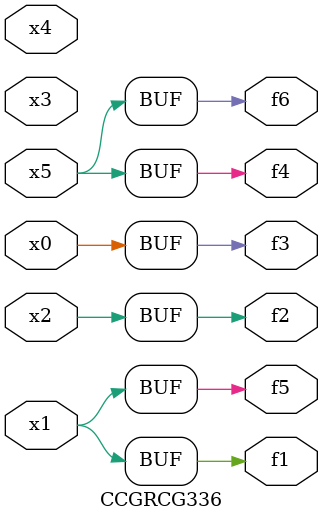
<source format=v>
module CCGRCG336(
	input x0, x1, x2, x3, x4, x5,
	output f1, f2, f3, f4, f5, f6
);
	assign f1 = x1;
	assign f2 = x2;
	assign f3 = x0;
	assign f4 = x5;
	assign f5 = x1;
	assign f6 = x5;
endmodule

</source>
